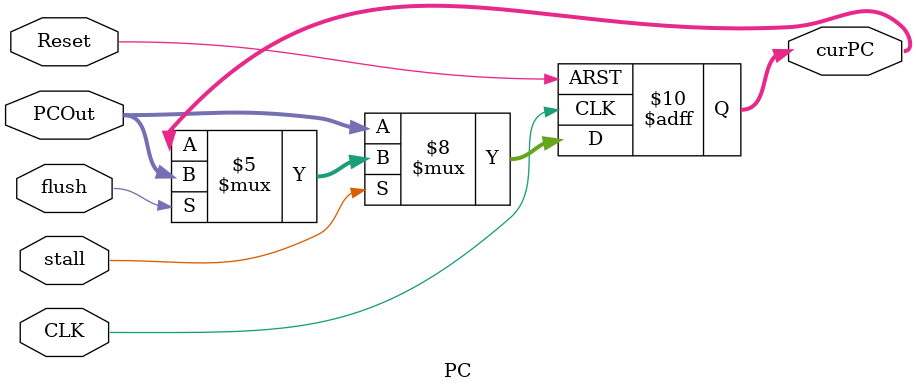
<source format=v>
`timescale 1ns / 1ps
module PC(
        input CLK,             
        input Reset,                   
        input [31:0] PCOut, 
        input stall, 
        input flush,
        output reg[31:0] curPC  
        );
    	initial 
    	begin
        	curPC <= 0; 
    	end
    	always@(posedge CLK or negedge Reset)
    	begin
        	if(!Reset) 
            	curPC <= 0;
        	else if(stall==0)	
            	curPC <= PCOut;
            else if(flush)	
            	curPC <= PCOut;
    	end
endmodule

</source>
